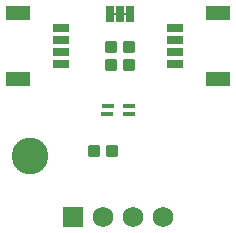
<source format=gbr>
G04 EAGLE Gerber RS-274X export*
G75*
%MOMM*%
%FSLAX34Y34*%
%LPD*%
%AMOC8*
5,1,8,0,0,1.08239X$1,22.5*%
G01*
%ADD10C,3.101600*%
%ADD11C,0.326897*%
%ADD12R,1.752600X1.752600*%
%ADD13C,1.752600*%
%ADD14R,1.451600X0.701600*%
%ADD15R,2.101600X1.301600*%
%ADD16R,0.736600X1.371600*%
%ADD17C,0.203200*%
%ADD18R,1.001600X0.451600*%
%ADD19R,1.101600X0.451600*%


D10*
X25000Y67000D03*
D11*
X91423Y73931D02*
X98061Y73931D01*
X98061Y67293D01*
X91423Y67293D01*
X91423Y73931D01*
X91423Y70399D02*
X98061Y70399D01*
X98061Y73505D02*
X91423Y73505D01*
X82821Y73931D02*
X76183Y73931D01*
X82821Y73931D02*
X82821Y67293D01*
X76183Y67293D01*
X76183Y73931D01*
X76183Y70399D02*
X82821Y70399D01*
X82821Y73505D02*
X76183Y73505D01*
D12*
X61900Y15000D03*
D13*
X87300Y15000D03*
X112700Y15000D03*
X138100Y15000D03*
D14*
X52000Y175000D03*
X52000Y165000D03*
X52000Y155000D03*
X52000Y145000D03*
D15*
X15250Y132000D03*
X15250Y188000D03*
D14*
X148000Y145000D03*
X148000Y155000D03*
X148000Y165000D03*
X148000Y175000D03*
D15*
X184750Y188000D03*
X184750Y132000D03*
D16*
X109728Y186690D03*
X101600Y186690D03*
X93472Y186690D03*
D17*
X92710Y186690D02*
X110236Y186690D01*
D11*
X97299Y146829D02*
X97299Y140191D01*
X90661Y140191D01*
X90661Y146829D01*
X97299Y146829D01*
X97299Y143297D02*
X90661Y143297D01*
X90661Y146403D02*
X97299Y146403D01*
X97299Y155431D02*
X97299Y162069D01*
X97299Y155431D02*
X90661Y155431D01*
X90661Y162069D01*
X97299Y162069D01*
X97299Y158537D02*
X90661Y158537D01*
X90661Y161643D02*
X97299Y161643D01*
X112539Y146829D02*
X112539Y140191D01*
X105901Y140191D01*
X105901Y146829D01*
X112539Y146829D01*
X112539Y143297D02*
X105901Y143297D01*
X105901Y146403D02*
X112539Y146403D01*
X112539Y155431D02*
X112539Y162069D01*
X112539Y155431D02*
X105901Y155431D01*
X105901Y162069D01*
X112539Y162069D01*
X112539Y158537D02*
X105901Y158537D01*
X105901Y161643D02*
X112539Y161643D01*
D18*
X109500Y102430D03*
X90500Y102430D03*
X109500Y109430D03*
D19*
X91000Y109430D03*
M02*

</source>
